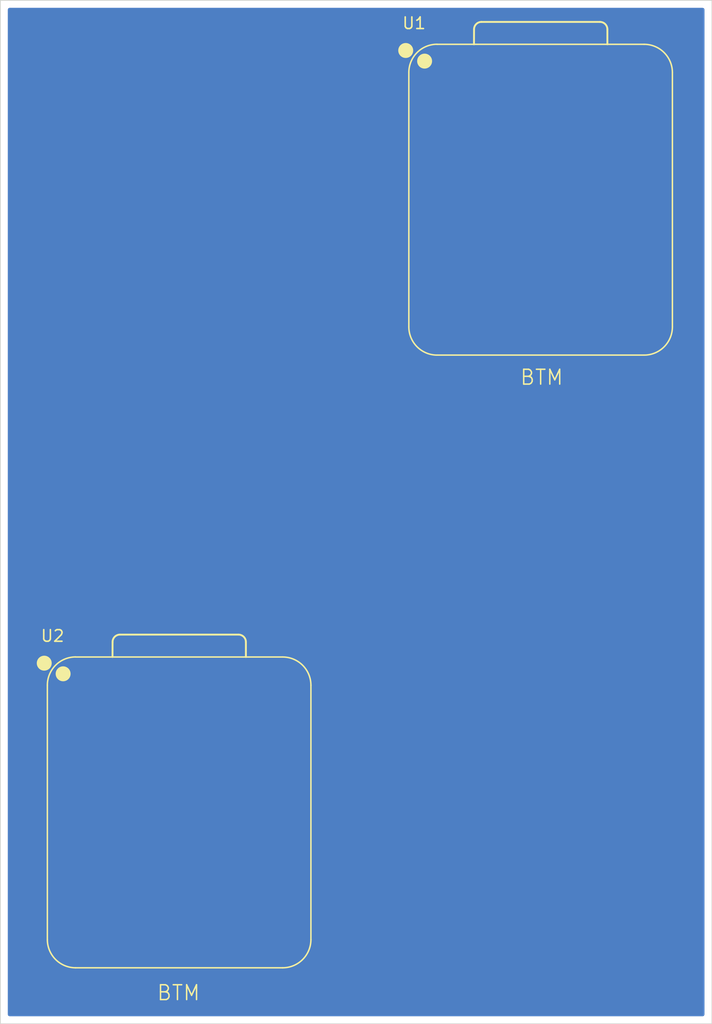
<source format=kicad_pcb>
(kicad_pcb (version 20241229) (generator "pcbnew") (generator_version "9.0")
  (layers (0 "F.Cu" signal) (2 "B.Cu" signal) (13 "F.Paste" user) (15 "B.Paste" user) (5 "F.SilkS" user "F.Silkscreen") (7 "B.SilkS" user "B.Silkscreen") (1 "F.Mask" user) (3 "B.Mask" user) (25 "Edge.Cuts" user))
  (net 0 "")
  (net 1 "/SPI_MOSI_LINE")
  (net 2 "/SPI_SCK_LINE")
  (net 3 "/NSS")
  (net 4 "+3V3")
  (net 5 "GND")
  (net 6 "/SPI_MISO_LINE")
  (net 7 "/DIO1")
  (net 8 "/D0")
  (net 9 "/RX")
  (net 10 "+5V")
  (net 11 "/RST")
  (net 12 "/RF_SW")
  (net 13 "/BUSY")
  (net 14 "/TX")
  (footprint "Module:MOUDLE14P-XIAO-DIP-SMD" (layer "F.Cu") (at 191 81.5)
    (property "Reference" "U1" (at -9.445 -11.5 0) (layer "F.SilkS") (effects (font (size 0.78232 0.78232) (thickness 0.10668)) (justify left bottom)))
    (property "Value" "XIAO-nRF52840-DIP")
    (fp_line (start -8.945 8.513) (end -8.945 -8.632) (stroke (width 0.1)) (layer "F.SilkS"))
    (fp_line (start -7.04 10.418) (end 6.93 10.418) (stroke (width 0.1)) (layer "F.SilkS"))
    (fp_line (start -4.55 -10.537) (end -4.546272 -11.547272) (stroke (width 0.127)) (layer "F.SilkS"))
    (fp_line (start -4.046272 -12.047) (end 3.949 -12.047) (stroke (width 0.127)) (layer "F.SilkS"))
    (fp_line (start 4.449 -11.547) (end 4.449 -10.537) (stroke (width 0.127)) (layer "F.SilkS"))
    (fp_line (start 6.93 -10.537) (end -7.04 -10.537) (stroke (width 0.1)) (layer "F.SilkS"))
    (fp_line (start 8.835 8.513) (end 8.835 -8.632) (stroke (width 0.1)) (layer "F.SilkS"))
    (fp_arc (start -8.945 -8.636) (mid -8.387038 -9.983038) (end -7.04 -10.541) (stroke (width 0.1)) (layer "F.SilkS"))
    (fp_arc (start -7.04 10.418) (mid -8.387038 9.860038) (end -8.945 8.513) (stroke (width 0.1)) (layer "F.SilkS"))
    (fp_arc (start -4.546272 -11.547272) (mid -4.399724 -11.900644) (end -4.046272 -12.047) (stroke (width 0.127)) (layer "F.SilkS"))
    (fp_arc (start 3.949 -12.047) (mid 4.302524 -11.900524) (end 4.449 -11.547) (stroke (width 0.127)) (layer "F.SilkS"))
    (fp_arc (start 6.93 -10.537) (mid 8.277024 -9.979024) (end 8.835 -8.632) (stroke (width 0.1)) (layer "F.SilkS"))
    (fp_arc (start 8.835 8.513) (mid 8.277038 9.860038) (end 6.93 10.418) (stroke (width 0.1)) (layer "F.SilkS"))
    (fp_circle (center -9.155 -10.121) (end -9.155 -10.375) (stroke (width 0.5)) (fill yes) (layer "F.SilkS"))
    (fp_circle (center -7.881 -9.404) (end -7.881 -9.658) (stroke (width 0.5)) (fill yes) (layer "F.SilkS"))
    (pad "1" smd roundrect (at -8.11 -7.62) (size 2.75 2) (layers "F.Cu" "F.Mask" "F.Paste") (net 8 "/D0"))
    (pad "2" smd roundrect (at -8.11 -5.08) (size 2.75 2) (layers "F.Cu" "F.Mask" "F.Paste") (net 7 "/DIO1"))
    (pad "3" smd roundrect (at -8.11 -2.54) (size 2.75 2) (layers "F.Cu" "F.Mask" "F.Paste") (net 11 "/RST"))
    (pad "4" smd roundrect (at -8.11 0) (size 2.75 2) (layers "F.Cu" "F.Mask" "F.Paste") (net 13 "/BUSY"))
    (pad "5" smd roundrect (at -8.11 2.54) (size 2.75 2) (layers "F.Cu" "F.Mask" "F.Paste") (net 3 "/NSS"))
    (pad "6" smd roundrect (at -8.11 5.08) (size 2.75 2) (layers "F.Cu" "F.Mask" "F.Paste") (net 12 "/RF_SW"))
    (pad "7" smd roundrect (at -8.11 7.62) (size 2.75 2) (layers "F.Cu" "F.Mask" "F.Paste") (net 14 "/TX"))
    (pad "8" smd roundrect (at 8.055 7.62) (size 2.75 2) (layers "F.Cu" "F.Mask" "F.Paste") (net 9 "/RX"))
    (pad "9" smd roundrect (at 8.055 5.08) (size 2.75 2) (layers "F.Cu" "F.Mask" "F.Paste") (net 2 "/SPI_SCK_LINE"))
    (pad "10" smd roundrect (at 8.055 2.54) (size 2.75 2) (layers "F.Cu" "F.Mask" "F.Paste") (net 6 "/SPI_MISO_LINE"))
    (pad "11" smd roundrect (at 8.055 0) (size 2.75 2) (layers "F.Cu" "F.Mask" "F.Paste") (net 1 "/SPI_MOSI_LINE"))
    (pad "12" smd roundrect (at 8.055 -2.54) (size 2.75 2) (layers "F.Cu" "F.Mask" "F.Paste") (net 4 "+3V3"))
    (pad "13" smd roundrect (at 8.055 -5.08) (size 2.75 2) (layers "F.Cu" "F.Mask" "F.Paste") (net 5 "GND"))
    (pad "14" smd roundrect (at 8.055 -7.62) (size 2.75 2) (layers "F.Cu" "F.Mask" "F.Paste") (net 10 "+5V"))
  )
  (footprint "Module:MOUDLE14P-XIAO-DIP-SMD" (layer "F.Cu") (at 166.6145 122.8118)
    (property "Reference" "U2" (at -9.445 -11.5 0) (layer "F.SilkS") (effects (font (size 0.78232 0.78232) (thickness 0.10668)) (justify left bottom)))
    (property "Value" "XIAO-nRF52840-DIP")
    (fp_line (start -8.945 8.513) (end -8.945 -8.632) (stroke (width 0.1)) (layer "F.SilkS"))
    (fp_line (start -7.04 10.418) (end 6.93 10.418) (stroke (width 0.1)) (layer "F.SilkS"))
    (fp_line (start -4.55 -10.537) (end -4.546272 -11.547272) (stroke (width 0.127)) (layer "F.SilkS"))
    (fp_line (start -4.046272 -12.047) (end 3.949 -12.047) (stroke (width 0.127)) (layer "F.SilkS"))
    (fp_line (start 4.449 -11.547) (end 4.449 -10.537) (stroke (width 0.127)) (layer "F.SilkS"))
    (fp_line (start 6.93 -10.537) (end -7.04 -10.537) (stroke (width 0.1)) (layer "F.SilkS"))
    (fp_line (start 8.835 8.513) (end 8.835 -8.632) (stroke (width 0.1)) (layer "F.SilkS"))
    (fp_arc (start -8.945 -8.636) (mid -8.387038 -9.983038) (end -7.04 -10.541) (stroke (width 0.1)) (layer "F.SilkS"))
    (fp_arc (start -7.04 10.418) (mid -8.387038 9.860038) (end -8.945 8.513) (stroke (width 0.1)) (layer "F.SilkS"))
    (fp_arc (start -4.546272 -11.547272) (mid -4.399724 -11.900644) (end -4.046272 -12.047) (stroke (width 0.127)) (layer "F.SilkS"))
    (fp_arc (start 3.949 -12.047) (mid 4.302524 -11.900524) (end 4.449 -11.547) (stroke (width 0.127)) (layer "F.SilkS"))
    (fp_arc (start 6.93 -10.537) (mid 8.277024 -9.979024) (end 8.835 -8.632) (stroke (width 0.1)) (layer "F.SilkS"))
    (fp_arc (start 8.835 8.513) (mid 8.277038 9.860038) (end 6.93 10.418) (stroke (width 0.1)) (layer "F.SilkS"))
    (fp_circle (center -9.155 -10.121) (end -9.155 -10.375) (stroke (width 0.5)) (fill yes) (layer "F.SilkS"))
    (fp_circle (center -7.881 -9.404) (end -7.881 -9.658) (stroke (width 0.5)) (fill yes) (layer "F.SilkS"))
    (pad "1" smd roundrect (at -8.11 -7.62) (size 2.75 2) (layers "F.Cu" "F.Mask" "F.Paste") (net 8 "/D0"))
    (pad "2" smd roundrect (at -8.11 -5.08) (size 2.75 2) (layers "F.Cu" "F.Mask" "F.Paste") (net 7 "/DIO1"))
    (pad "3" smd roundrect (at -8.11 -2.54) (size 2.75 2) (layers "F.Cu" "F.Mask" "F.Paste") (net 11 "/RST"))
    (pad "4" smd roundrect (at -8.11 0) (size 2.75 2) (layers "F.Cu" "F.Mask" "F.Paste") (net 13 "/BUSY"))
    (pad "5" smd roundrect (at -8.11 2.54) (size 2.75 2) (layers "F.Cu" "F.Mask" "F.Paste") (net 3 "/NSS"))
    (pad "6" smd roundrect (at -8.11 5.08) (size 2.75 2) (layers "F.Cu" "F.Mask" "F.Paste") (net 12 "/RF_SW"))
    (pad "7" smd roundrect (at -8.11 7.62) (size 2.75 2) (layers "F.Cu" "F.Mask" "F.Paste") (net 14 "/TX"))
    (pad "8" smd roundrect (at 8.055 7.62) (size 2.75 2) (layers "F.Cu" "F.Mask" "F.Paste") (net 9 "/RX"))
    (pad "9" smd roundrect (at 8.055 5.08) (size 2.75 2) (layers "F.Cu" "F.Mask" "F.Paste") (net 2 "/SPI_SCK_LINE"))
    (pad "10" smd roundrect (at 8.055 2.54) (size 2.75 2) (layers "F.Cu" "F.Mask" "F.Paste") (net 6 "/SPI_MISO_LINE"))
    (pad "11" smd roundrect (at 8.055 0) (size 2.75 2) (layers "F.Cu" "F.Mask" "F.Paste") (net 1 "/SPI_MOSI_LINE"))
    (pad "12" smd roundrect (at 8.055 -2.54) (size 2.75 2) (layers "F.Cu" "F.Mask" "F.Paste") (net 4 "+3V3"))
    (pad "13" smd roundrect (at 8.055 -5.08) (size 2.75 2) (layers "F.Cu" "F.Mask" "F.Paste") (net 5 "GND"))
    (pad "14" smd roundrect (at 8.055 -7.62) (size 2.75 2) (layers "F.Cu" "F.Mask" "F.Paste") (net 10 "+5V"))
  )
  (gr_rect (start 154.5 68) (end 202.5 137) (stroke (width 0.05)) (fill no) (layer "Edge.Cuts"))
  (gr_text "BTM" (at 165 135.5 0) (layer "F.SilkS") (effects (font (size 1 1) (thickness 0.1)) (justify left bottom)))
  (gr_text "BTM" (at 189.5 94 0) (layer "F.SilkS") (effects (font (size 1 1) (thickness 0.1)) (justify left bottom)))
  (segment (start 176.0445 122.8118) (end 174.6695 122.8118) (width 0.4) (layer "F.Cu") (net 1))
  (segment (start 193 87.438522) (end 193 105.8563) (width 0.4) (layer "F.Cu") (net 1))
  (segment (start 193 105.8563) (end 176.0445 122.8118) (width 0.4) (layer "F.Cu") (net 1))
  (segment (start 198.938522 81.5) (end 193 87.438522) (width 0.4) (layer "F.Cu") (net 1))
  (segment (start 199.055 81.5) (end 198.938522 81.5) (width 0.4) (layer "F.Cu") (net 1))
  (segment (start 197.68 86.58) (end 197.279 86.981) (width 0.4) (layer "F.Cu") (net 2))
  (segment (start 197.279 106.6573) (end 176.0445 127.8918) (width 0.4) (layer "F.Cu") (net 2))
  (segment (start 199.055 86.58) (end 197.68 86.58) (width 0.4) (layer "F.Cu") (net 2))
  (segment (start 197.279 86.981) (end 197.279 106.6573) (width 0.4) (layer "F.Cu") (net 2))
  (segment (start 176.0445 127.8918) (end 174.6695 127.8918) (width 0.4) (layer "F.Cu") (net 2))
  (segment (start 160.4635 120.030672) (end 160.4635 124.7678) (width 0.4) (layer "F.Cu") (net 3))
  (segment (start 164.0385 102.775022) (end 164.0385 116.455672) (width 0.4) (layer "F.Cu") (net 3))
  (segment (start 164.0385 116.455672) (end 160.4635 120.030672) (width 0.4) (layer "F.Cu") (net 3))
  (segment (start 160.4635 124.7678) (end 159.8795 125.3518) (width 0.4) (layer "F.Cu") (net 3))
  (segment (start 182.773522 84.04) (end 164.0385 102.775022) (width 0.4) (layer "F.Cu") (net 3))
  (segment (start 182.89 84.04) (end 182.773522 84.04) (width 0.4) (layer "F.Cu") (net 3))
  (segment (start 159.8795 125.3518) (end 158.5045 125.3518) (width 0.4) (layer "F.Cu") (net 3))
  (segment (start 190.5 105.8163) (end 176.0445 120.2718) (width 0.8) (layer "F.Cu") (net 4))
  (segment (start 176.0445 120.2718) (end 174.6695 120.2718) (width 0.8) (layer "F.Cu") (net 4))
  (segment (start 197.68 78.96) (end 190.5 86.14) (width 0.8) (layer "F.Cu") (net 4))
  (segment (start 190.5 86.14) (end 190.5 105.8163) (width 0.8) (layer "F.Cu") (net 4))
  (segment (start 199.055 78.96) (end 197.68 78.96) (width 0.8) (layer "F.Cu") (net 4))
  (segment (start 199.055 76.42) (end 197.68 76.42) (width 0.8) (layer "F.Cu") (net 5))
  (segment (start 188 86.1) (end 188 105.7763) (width 0.8) (layer "F.Cu") (net 5))
  (segment (start 197.68 76.42) (end 188 86.1) (width 0.8) (layer "F.Cu") (net 5))
  (segment (start 176.0445 117.7318) (end 174.6695 117.7318) (width 0.8) (layer "F.Cu") (net 5))
  (segment (start 188 105.7763) (end 176.0445 117.7318) (width 0.8) (layer "F.Cu") (net 5))
  (segment (start 199.055 84.04) (end 198.938522 84.04) (width 0.4) (layer "F.Cu") (net 6))
  (segment (start 194 88.978522) (end 194 107.3963) (width 0.4) (layer "F.Cu") (net 6))
  (segment (start 199.055 84.04) (end 197.68 84.04) (width 0.4) (layer "F.Cu") (net 6))
  (segment (start 198.938522 84.04) (end 194 88.978522) (width 0.4) (layer "F.Cu") (net 6))
  (segment (start 194 107.3963) (end 176.0445 125.3518) (width 0.4) (layer "F.Cu") (net 6))
  (segment (start 176.0445 125.3518) (end 174.6695 125.3518) (width 0.4) (layer "F.Cu") (net 6))
  (segment (start 160.2805 117.3308) (end 159.8795 117.7318) (width 0.4) (layer "F.Cu") (net 7))
  (segment (start 182.89 76.42) (end 181.515 76.42) (width 0.4) (layer "F.Cu") (net 7))
  (segment (start 181.515 76.42) (end 160.2805 97.6545) (width 0.4) (layer "F.Cu") (net 7))
  (segment (start 159.8795 117.7318) (end 158.5045 117.7318) (width 0.4) (layer "F.Cu") (net 7))
  (segment (start 160.2805 97.6545) (end 160.2805 117.3308) (width 0.4) (layer "F.Cu") (net 7))
  (segment (start 156 115) (end 156.5 115) (width 0.4) (layer "F.Cu") (net 8))
  (segment (start 182.89 73.88) (end 181.515 73.88) (width 0.4) (layer "F.Cu") (net 8))
  (segment (start 181.515 73.88) (end 156 99.395) (width 0.4) (layer "F.Cu") (net 8))
  (segment (start 156.6918 115.1918) (end 158.5045 115.1918) (width 0.4) (layer "F.Cu") (net 8))
  (segment (start 156.5 115) (end 156.6918 115.1918) (width 0.4) (layer "F.Cu") (net 8))
  (segment (start 156 99.395) (end 156 115) (width 0.4) (layer "F.Cu") (net 8))
  (segment (start 176.0445 130.4318) (end 174.6695 130.4318) (width 0.4) (layer "F.Cu") (net 9))
  (segment (start 199.055 89.12) (end 199.055 107.4213) (width 0.4) (layer "F.Cu") (net 9))
  (segment (start 199.055 107.4213) (end 176.0445 130.4318) (width 0.4) (layer "F.Cu") (net 9))
  (segment (start 186 103.8613) (end 174.6695 115.1918) (width 0.8) (layer "F.Cu") (net 10))
  (segment (start 197.68 73.88) (end 186 85.56) (width 0.8) (layer "F.Cu") (net 10))
  (segment (start 186 85.56) (end 186 103.8613) (width 0.8) (layer "F.Cu") (net 10))
  (segment (start 199.055 73.88) (end 197.68 73.88) (width 0.8) (layer "F.Cu") (net 10))
  (segment (start 160.8815 100.852022) (end 160.8815 118.6185) (width 0.4) (layer "F.Cu") (net 11))
  (segment (start 182.89 78.96) (end 182.773522 78.96) (width 0.4) (layer "F.Cu") (net 11))
  (segment (start 159.2282 120.2718) (end 158.5045 120.2718) (width 0.4) (layer "F.Cu") (net 11))
  (segment (start 182.773522 78.96) (end 160.8815 100.852022) (width 0.4) (layer "F.Cu") (net 11))
  (segment (start 160.8815 118.6185) (end 159.2282 120.2718) (width 0.4) (layer "F.Cu") (net 11))
  (segment (start 159.8795 127.8918) (end 158.5045 127.8918) (width 0.4) (layer "F.Cu") (net 12))
  (segment (start 166.5405 101.5545) (end 166.5405 121.2308) (width 0.4) (layer "F.Cu") (net 12))
  (segment (start 181.515 86.58) (end 166.5405 101.5545) (width 0.4) (layer "F.Cu") (net 12))
  (segment (start 182.89 86.58) (end 181.515 86.58) (width 0.4) (layer "F.Cu") (net 12))
  (segment (start 166.5405 121.2308) (end 159.8795 127.8918) (width 0.4) (layer "F.Cu") (net 12))
  (segment (start 155.399 98.714522) (end 155.399 121.0813) (width 0.4) (layer "F.Cu") (net 13))
  (segment (start 184.145478 72.479) (end 181.634522 72.479) (width 0.4) (layer "F.Cu") (net 13))
  (segment (start 184.666 72.999522) (end 184.145478 72.479) (width 0.4) (layer "F.Cu") (net 13))
  (segment (start 155.399 121.0813) (end 157.1295 122.8118) (width 0.4) (layer "F.Cu") (net 13))
  (segment (start 183.006478 81.5) (end 184.666 79.840478) (width 0.4) (layer "F.Cu") (net 13))
  (segment (start 184.666 79.840478) (end 184.666 72.999522) (width 0.4) (layer "F.Cu") (net 13))
  (segment (start 182.89 81.5) (end 183.006478 81.5) (width 0.4) (layer "F.Cu") (net 13))
  (segment (start 157.1295 122.8118) (end 158.5045 122.8118) (width 0.4) (layer "F.Cu") (net 13))
  (segment (start 181.634522 72.479) (end 155.399 98.714522) (width 0.4) (layer "F.Cu") (net 13))
  (segment (start 159.8795 130.4318) (end 158.5045 130.4318) (width 0.4) (layer "F.Cu") (net 14))
  (segment (start 182.89 89.12) (end 182.89 103.491982) (width 0.4) (layer "F.Cu") (net 14))
  (segment (start 182.89 103.491982) (end 167.1415 119.240482) (width 0.4) (layer "F.Cu") (net 14))
  (segment (start 167.1415 123.1698) (end 159.8795 130.4318) (width 0.4) (layer "F.Cu") (net 14))
  (segment (start 167.1415 119.240482) (end 167.1415 123.1698) (width 0.4) (layer "F.Cu") (net 14))
  (zone (net 5) (net_name "GND") (layer "B.Cu") (connect_pads (clearance 0.5)) (min_thickness 0.25) (fill yes (thermal_gap 0.5) (thermal_bridge_width 0.5))
    (polygon (pts (xy 154.5 68) (xy 202.5 68) (xy 202.5 137) (xy 154.5 137)))
  )
)
</source>
